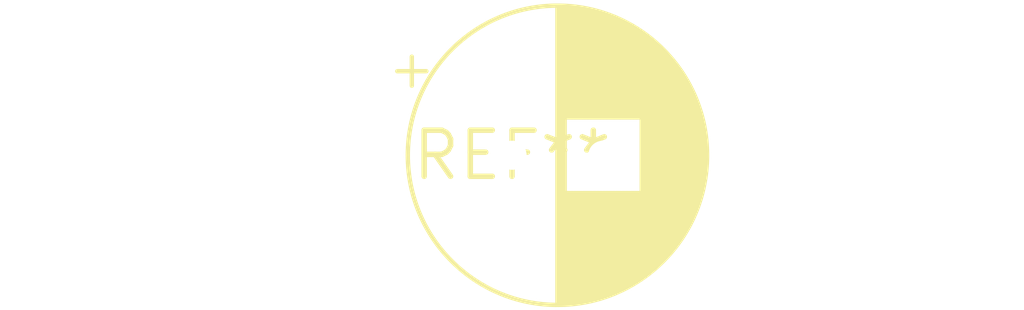
<source format=kicad_pcb>
(kicad_pcb (version 20240108) (generator pcbnew)
  (layers (0 "F.Cu" signal) (31 "B.Cu" signal) (34 "B.Paste" user) (35 "F.Paste" user) (36 "B.SilkS" user "B.Silkscreen") (37 "F.SilkS" user "F.Silkscreen") (38 "B.Mask" user) (39 "F.Mask" user) (44 "Edge.Cuts" user))
  (net 0 "")
  (footprint "CP_Radial_D8.0mm_P2.50mm" (layer "F.Cu") (at 0 0)
    (property "Reference" "REF**")
    (property "Value" "CP_Radial_D8.0mm_P2.50mm")
    (fp_line (start -3.159698 -2.315) (end -2.359698 -2.315) (layer "F.SilkS") (stroke (width 0.12)))
    (fp_line (start -2.759698 -2.715) (end -2.759698 -1.915) (layer "F.SilkS") (stroke (width 0.12)))
    (fp_line (start 1.25 -4.08) (end 1.25 4.08) (layer "F.SilkS") (stroke (width 0.12)))
    (fp_line (start 1.29 -4.08) (end 1.29 4.08) (layer "F.SilkS") (stroke (width 0.12)))
    (fp_line (start 1.33 -4.08) (end 1.33 4.08) (layer "F.SilkS") (stroke (width 0.12)))
    (fp_line (start 1.37 -4.079) (end 1.37 4.079) (layer "F.SilkS") (stroke (width 0.12)))
    (fp_line (start 1.41 -4.077) (end 1.41 4.077) (layer "F.SilkS") (stroke (width 0.12)))
    (fp_line (start 1.45 -4.076) (end 1.45 4.076) (layer "F.SilkS") (stroke (width 0.12)))
    (fp_line (start 1.49 -4.074) (end 1.49 -1.04) (layer "F.SilkS") (stroke (width 0.12)))
    (fp_line (start 1.49 1.04) (end 1.49 4.074) (layer "F.SilkS") (stroke (width 0.12)))
    (fp_line (start 1.53 -4.071) (end 1.53 -1.04) (layer "F.SilkS") (stroke (width 0.12)))
    (fp_line (start 1.53 1.04) (end 1.53 4.071) (layer "F.SilkS") (stroke (width 0.12)))
    (fp_line (start 1.57 -4.068) (end 1.57 -1.04) (layer "F.SilkS") (stroke (width 0.12)))
    (fp_line (start 1.57 1.04) (end 1.57 4.068) (layer "F.SilkS") (stroke (width 0.12)))
    (fp_line (start 1.61 -4.065) (end 1.61 -1.04) (layer "F.SilkS") (stroke (width 0.12)))
    (fp_line (start 1.61 1.04) (end 1.61 4.065) (layer "F.SilkS") (stroke (width 0.12)))
    (fp_line (start 1.65 -4.061) (end 1.65 -1.04) (layer "F.SilkS") (stroke (width 0.12)))
    (fp_line (start 1.65 1.04) (end 1.65 4.061) (layer "F.SilkS") (stroke (width 0.12)))
    (fp_line (start 1.69 -4.057) (end 1.69 -1.04) (layer "F.SilkS") (stroke (width 0.12)))
    (fp_line (start 1.69 1.04) (end 1.69 4.057) (layer "F.SilkS") (stroke (width 0.12)))
    (fp_line (start 1.73 -4.052) (end 1.73 -1.04) (layer "F.SilkS") (stroke (width 0.12)))
    (fp_line (start 1.73 1.04) (end 1.73 4.052) (layer "F.SilkS") (stroke (width 0.12)))
    (fp_line (start 1.77 -4.048) (end 1.77 -1.04) (layer "F.SilkS") (stroke (width 0.12)))
    (fp_line (start 1.77 1.04) (end 1.77 4.048) (layer "F.SilkS") (stroke (width 0.12)))
    (fp_line (start 1.81 -4.042) (end 1.81 -1.04) (layer "F.SilkS") (stroke (width 0.12)))
    (fp_line (start 1.81 1.04) (end 1.81 4.042) (layer "F.SilkS") (stroke (width 0.12)))
    (fp_line (start 1.85 -4.037) (end 1.85 -1.04) (layer "F.SilkS") (stroke (width 0.12)))
    (fp_line (start 1.85 1.04) (end 1.85 4.037) (layer "F.SilkS") (stroke (width 0.12)))
    (fp_line (start 1.89 -4.03) (end 1.89 -1.04) (layer "F.SilkS") (stroke (width 0.12)))
    (fp_line (start 1.89 1.04) (end 1.89 4.03) (layer "F.SilkS") (stroke (width 0.12)))
    (fp_line (start 1.93 -4.024) (end 1.93 -1.04) (layer "F.SilkS") (stroke (width 0.12)))
    (fp_line (start 1.93 1.04) (end 1.93 4.024) (layer "F.SilkS") (stroke (width 0.12)))
    (fp_line (start 1.971 -4.017) (end 1.971 -1.04) (layer "F.SilkS") (stroke (width 0.12)))
    (fp_line (start 1.971 1.04) (end 1.971 4.017) (layer "F.SilkS") (stroke (width 0.12)))
    (fp_line (start 2.011 -4.01) (end 2.011 -1.04) (layer "F.SilkS") (stroke (width 0.12)))
    (fp_line (start 2.011 1.04) (end 2.011 4.01) (layer "F.SilkS") (stroke (width 0.12)))
    (fp_line (start 2.051 -4.002) (end 2.051 -1.04) (layer "F.SilkS") (stroke (width 0.12)))
    (fp_line (start 2.051 1.04) (end 2.051 4.002) (layer "F.SilkS") (stroke (width 0.12)))
    (fp_line (start 2.091 -3.994) (end 2.091 -1.04) (layer "F.SilkS") (stroke (width 0.12)))
    (fp_line (start 2.091 1.04) (end 2.091 3.994) (layer "F.SilkS") (stroke (width 0.12)))
    (fp_line (start 2.131 -3.985) (end 2.131 -1.04) (layer "F.SilkS") (stroke (width 0.12)))
    (fp_line (start 2.131 1.04) (end 2.131 3.985) (layer "F.SilkS") (stroke (width 0.12)))
    (fp_line (start 2.171 -3.976) (end 2.171 -1.04) (layer "F.SilkS") (stroke (width 0.12)))
    (fp_line (start 2.171 1.04) (end 2.171 3.976) (layer "F.SilkS") (stroke (width 0.12)))
    (fp_line (start 2.211 -3.967) (end 2.211 -1.04) (layer "F.SilkS") (stroke (width 0.12)))
    (fp_line (start 2.211 1.04) (end 2.211 3.967) (layer "F.SilkS") (stroke (width 0.12)))
    (fp_line (start 2.251 -3.957) (end 2.251 -1.04) (layer "F.SilkS") (stroke (width 0.12)))
    (fp_line (start 2.251 1.04) (end 2.251 3.957) (layer "F.SilkS") (stroke (width 0.12)))
    (fp_line (start 2.291 -3.947) (end 2.291 -1.04) (layer "F.SilkS") (stroke (width 0.12)))
    (fp_line (start 2.291 1.04) (end 2.291 3.947) (layer "F.SilkS") (stroke (width 0.12)))
    (fp_line (start 2.331 -3.936) (end 2.331 -1.04) (layer "F.SilkS") (stroke (width 0.12)))
    (fp_line (start 2.331 1.04) (end 2.331 3.936) (layer "F.SilkS") (stroke (width 0.12)))
    (fp_line (start 2.371 -3.925) (end 2.371 -1.04) (layer "F.SilkS") (stroke (width 0.12)))
    (fp_line (start 2.371 1.04) (end 2.371 3.925) (layer "F.SilkS") (stroke (width 0.12)))
    (fp_line (start 2.411 -3.914) (end 2.411 -1.04) (layer "F.SilkS") (stroke (width 0.12)))
    (fp_line (start 2.411 1.04) (end 2.411 3.914) (layer "F.SilkS") (stroke (width 0.12)))
    (fp_line (start 2.451 -3.902) (end 2.451 -1.04) (layer "F.SilkS") (stroke (width 0.12)))
    (fp_line (start 2.451 1.04) (end 2.451 3.902) (layer "F.SilkS") (stroke (width 0.12)))
    (fp_line (start 2.491 -3.889) (end 2.491 -1.04) (layer "F.SilkS") (stroke (width 0.12)))
    (fp_line (start 2.491 1.04) (end 2.491 3.889) (layer "F.SilkS") (stroke (width 0.12)))
    (fp_line (start 2.531 -3.877) (end 2.531 -1.04) (layer "F.SilkS") (stroke (width 0.12)))
    (fp_line (start 2.531 1.04) (end 2.531 3.877) (layer "F.SilkS") (stroke (width 0.12)))
    (fp_line (start 2.571 -3.863) (end 2.571 -1.04) (layer "F.SilkS") (stroke (width 0.12)))
    (fp_line (start 2.571 1.04) (end 2.571 3.863) (layer "F.SilkS") (stroke (width 0.12)))
    (fp_line (start 2.611 -3.85) (end 2.611 -1.04) (layer "F.SilkS") (stroke (width 0.12)))
    (fp_line (start 2.611 1.04) (end 2.611 3.85) (layer "F.SilkS") (stroke (width 0.12)))
    (fp_line (start 2.651 -3.835) (end 2.651 -1.04) (layer "F.SilkS") (stroke (width 0.12)))
    (fp_line (start 2.651 1.04) (end 2.651 3.835) (layer "F.SilkS") (stroke (width 0.12)))
    (fp_line (start 2.691 -3.821) (end 2.691 -1.04) (layer "F.SilkS") (stroke (width 0.12)))
    (fp_line (start 2.691 1.04) (end 2.691 3.821) (layer "F.SilkS") (stroke (width 0.12)))
    (fp_line (start 2.731 -3.805) (end 2.731 -1.04) (layer "F.SilkS") (stroke (width 0.12)))
    (fp_line (start 2.731 1.04) (end 2.731 3.805) (layer "F.SilkS") (stroke (width 0.12)))
    (fp_line (start 2.771 -3.79) (end 2.771 -1.04) (layer "F.SilkS") (stroke (width 0.12)))
    (fp_line (start 2.771 1.04) (end 2.771 3.79) (layer "F.SilkS") (stroke (width 0.12)))
    (fp_line (start 2.811 -3.774) (end 2.811 -1.04) (layer "F.SilkS") (stroke (width 0.12)))
    (fp_line (start 2.811 1.04) (end 2.811 3.774) (layer "F.SilkS") (stroke (width 0.12)))
    (fp_line (start 2.851 -3.757) (end 2.851 -1.04) (layer "F.SilkS") (stroke (width 0.12)))
    (fp_line (start 2.851 1.04) (end 2.851 3.757) (layer "F.SilkS") (stroke (width 0.12)))
    (fp_line (start 2.891 -3.74) (end 2.891 -1.04) (layer "F.SilkS") (stroke (width 0.12)))
    (fp_line (start 2.891 1.04) (end 2.891 3.74) (layer "F.SilkS") (stroke (width 0.12)))
    (fp_line (start 2.931 -3.722) (end 2.931 -1.04) (layer "F.SilkS") (stroke (width 0.12)))
    (fp_line (start 2.931 1.04) (end 2.931 3.722) (layer "F.SilkS") (stroke (width 0.12)))
    (fp_line (start 2.971 -3.704) (end 2.971 -1.04) (layer "F.SilkS") (stroke (width 0.12)))
    (fp_line (start 2.971 1.04) (end 2.971 3.704) (layer "F.SilkS") (stroke (width 0.12)))
    (fp_line (start 3.011 -3.686) (end 3.011 -1.04) (layer "F.SilkS") (stroke (width 0.12)))
    (fp_line (start 3.011 1.04) (end 3.011 3.686) (layer "F.SilkS") (stroke (width 0.12)))
    (fp_line (start 3.051 -3.666) (end 3.051 -1.04) (layer "F.SilkS") (stroke (width 0.12)))
    (fp_line (start 3.051 1.04) (end 3.051 3.666) (layer "F.SilkS") (stroke (width 0.12)))
    (fp_line (start 3.091 -3.647) (end 3.091 -1.04) (layer "F.SilkS") (stroke (width 0.12)))
    (fp_line (start 3.091 1.04) (end 3.091 3.647) (layer "F.SilkS") (stroke (width 0.12)))
    (fp_line (start 3.131 -3.627) (end 3.131 -1.04) (layer "F.SilkS") (stroke (width 0.12)))
    (fp_line (start 3.131 1.04) (end 3.131 3.627) (layer "F.SilkS") (stroke (width 0.12)))
    (fp_line (start 3.171 -3.606) (end 3.171 -1.04) (layer "F.SilkS") (stroke (width 0.12)))
    (fp_line (start 3.171 1.04) (end 3.171 3.606) (layer "F.SilkS") (stroke (width 0.12)))
    (fp_line (start 3.211 -3.584) (end 3.211 -1.04) (layer "F.SilkS") (stroke (width 0.12)))
    (fp_line (start 3.211 1.04) (end 3.211 3.584) (layer "F.SilkS") (stroke (width 0.12)))
    (fp_line (start 3.251 -3.562) (end 3.251 -1.04) (layer "F.SilkS") (stroke (width 0.12)))
    (fp_line (start 3.251 1.04) (end 3.251 3.562) (layer "F.SilkS") (stroke (width 0.12)))
    (fp_line (start 3.291 -3.54) (end 3.291 -1.04) (layer "F.SilkS") (stroke (width 0.12)))
    (fp_line (start 3.291 1.04) (end 3.291 3.54) (layer "F.SilkS") (stroke (width 0.12)))
    (fp_line (start 3.331 -3.517) (end 3.331 -1.04) (layer "F.SilkS") (stroke (width 0.12)))
    (fp_line (start 3.331 1.04) (end 3.331 3.517) (layer "F.SilkS") (stroke (width 0.12)))
    (fp_line (start 3.371 -3.493) (end 3.371 -1.04) (layer "F.SilkS") (stroke (width 0.12)))
    (fp_line (start 3.371 1.04) (end 3.371 3.493) (layer "F.SilkS") (stroke (width 0.12)))
    (fp_line (start 3.411 -3.469) (end 3.411 -1.04) (layer "F.SilkS") (stroke (width 0.12)))
    (fp_line (start 3.411 1.04) (end 3.411 3.469) (layer "F.SilkS") (stroke (width 0.12)))
    (fp_line (start 3.451 -3.444) (end 3.451 -1.04) (layer "F.SilkS") (stroke (width 0.12)))
    (fp_line (start 3.451 1.04) (end 3.451 3.444) (layer "F.SilkS") (stroke (width 0.12)))
    (fp_line (start 3.491 -3.418) (end 3.491 -1.04) (layer "F.SilkS") (stroke (width 0.12)))
    (fp_line (start 3.491 1.04) (end 3.491 3.418) (layer "F.SilkS") (stroke (width 0.12)))
    (fp_line (start 3.531 -3.392) (end 3.531 -1.04) (layer "F.SilkS") (stroke (width 0.12)))
    (fp_line (start 3.531 1.04) (end 3.531 3.392) (layer "F.SilkS") (stroke (width 0.12)))
    (fp_line (start 3.571 -3.365) (end 3.571 3.365) (layer "F.SilkS") (stroke (width 0.12)))
    (fp_line (start 3.611 -3.338) (end 3.611 3.338) (layer "F.SilkS") (stroke (width 0.12)))
    (fp_line (start 3.651 -3.309) (end 3.651 3.309) (layer "F.SilkS") (stroke (width 0.12)))
    (fp_line (start 3.691 -3.28) (end 3.691 3.28) (layer "F.SilkS") (stroke (width 0.12)))
    (fp_line (start 3.731 -3.25) (end 3.731 3.25) (layer "F.SilkS") (stroke (width 0.12)))
    (fp_line (start 3.771 -3.22) (end 3.771 3.22) (layer "F.SilkS") (stroke (width 0.12)))
    (fp_line (start 3.811 -3.189) (end 3.811 3.189) (layer "F.SilkS") (stroke (width 0.12)))
    (fp_line (start 3.851 -3.156) (end 3.851 3.156) (layer "F.SilkS") (stroke (width 0.12)))
    (fp_line (start 3.891 -3.124) (end 3.891 3.124) (layer "F.SilkS") (stroke (width 0.12)))
    (fp_line (start 3.931 -3.09) (end 3.931 3.09) (layer "F.SilkS") (stroke (width 0.12)))
    (fp_line (start 3.971 -3.055) (end 3.971 3.055) (layer "F.SilkS") (stroke (width 0.12)))
    (fp_line (start 4.011 -3.019) (end 4.011 3.019) (layer "F.SilkS") (stroke (width 0.12)))
    (fp_line (start 4.051 -2.983) (end 4.051 2.983) (layer "F.SilkS") (stroke (width 0.12)))
    (fp_line (start 4.091 -2.945) (end 4.091 2.945) (layer "F.SilkS") (stroke (width 0.12)))
    (fp_line (start 4.131 -2.907) (end 4.131 2.907) (layer "F.SilkS") (stroke (width 0.12)))
    (fp_line (start 4.171 -2.867) (end 4.171 2.867) (layer "F.SilkS") (stroke (width 0.12)))
    (fp_line (start 4.211 -2.826) (end 4.211 2.826) (layer "F.SilkS") (stroke (width 0.12)))
    (fp_line (start 4.251 -2.784) (end 4.251 2.784) (layer "F.SilkS") (stroke (width 0.12)))
    (fp_line (start 4.291 -2.741) (end 4.291 2.741) (layer "F.SilkS") (stroke (width 0.12)))
    (fp_line (start 4.331 -2.697) (end 4.331 2.697) (layer "F.SilkS") (stroke (width 0.12)))
    (fp_line (start 4.371 -2.651) (end 4.371 2.651) (layer "F.SilkS") (stroke (width 0.12)))
    (fp_line (start 4.411 -2.604) (end 4.411 2.604) (layer "F.SilkS") (stroke (width 0.12)))
    (fp_line (start 4.451 -2.556) (end 4.451 2.556) (layer "F.SilkS") (stroke (width 0.12)))
    (fp_line (start 4.491 -2.505) (end 4.491 2.505) (layer "F.SilkS") (stroke (width 0.12)))
    (fp_line (start 4.531 -2.454) (end 4.531 2.454) (layer "F.SilkS") (stroke (width 0.12)))
    (fp_line (start 4.571 -2.4) (end 4.571 2.4) (layer "F.SilkS") (stroke (width 0.12)))
    (fp_line (start 4.611 -2.345) (end 4.611 2.345) (layer "F.SilkS") (stroke (width 0.12)))
    (fp_line (start 4.651 -2.287) (end 4.651 2.287) (layer "F.SilkS") (stroke (width 0.12)))
    (fp_line (start 4.691 -2.228) (end 4.691 2.228) (layer "F.SilkS") (stroke (width 0.12)))
    (fp_line (start 4.731 -2.166) (end 4.731 2.166) (layer "F.SilkS") (stroke (width 0.12)))
    (fp_line (start 4.771 -2.102) (end 4.771 2.102) (layer "F.SilkS") (stroke (width 0.12)))
    (fp_line (start 4.811 -2.034) (end 4.811 2.034) (layer "F.SilkS") (stroke (width 0.12)))
    (fp_line (start 4.851 -1.964) (end 4.851 1.964) (layer "F.SilkS") (stroke (width 0.12)))
    (fp_line (start 4.891 -1.89) (end 4.891 1.89) (layer "F.SilkS") (stroke (width 0.12)))
    (fp_line (start 4.931 -1.813) (end 4.931 1.813) (layer "F.SilkS") (stroke (width 0.12)))
    (fp_line (start 4.971 -1.731) (end 4.971 1.731) (layer "F.SilkS") (stroke (width 0.12)))
    (fp_line (start 5.011 -1.645) (end 5.011 1.645) (layer "F.SilkS") (stroke (width 0.12)))
    (fp_line (start 5.051 -1.552) (end 5.051 1.552) (layer "F.SilkS") (stroke (width 0.12)))
    (fp_line (start 5.091 -1.453) (end 5.091 1.453) (layer "F.SilkS") (stroke (width 0.12)))
    (fp_line (start 5.131 -1.346) (end 5.131 1.346) (layer "F.SilkS") (stroke (width 0.12)))
    (fp_line (start 5.171 -1.229) (end 5.171 1.229) (layer "F.SilkS") (stroke (width 0.12)))
    (fp_line (start 5.211 -1.098) (end 5.211 1.098) (layer "F.SilkS") (stroke (width 0.12)))
    (fp_line (start 5.251 -0.948) (end 5.251 0.948) (layer "F.SilkS") (stroke (width 0.12)))
    (fp_line (start 5.291 -0.768) (end 5.291 0.768) (layer "F.SilkS") (stroke (width 0.12)))
    (fp_line (start 5.331 -0.533) (end 5.331 0.533) (layer "F.SilkS") (stroke (width 0.12)))
    (fp_circle (center 1.25 0) (end 5.37 0) (layer "F.SilkS") (stroke (width 0.12)) (fill none))
    (pad "1" thru_hole rect (at 0 0) (size 1.6 1.6) (drill 0.8) (layers *.Cu *.Mask) (remove_unused_layers))
    (pad "2" thru_hole circle (at 2.5 0) (size 1.6 1.6) (drill 0.8) (layers *.Cu *.Mask) (remove_unused_layers))
  )
)
</source>
